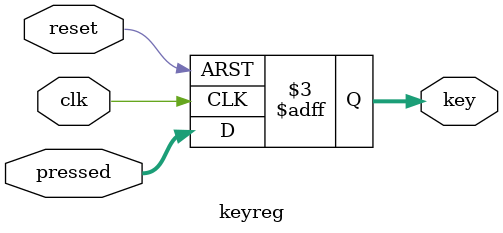
<source format=v>

`timescale 1ns / 1ns // `timescale time_unit/time_precision

module keyreg(
	input [3:0] pressed,
	input clk,
	input reset,
	output reg [3:0] key
	);

	always @(posedge clk or negedge reset) begin
		if (~reset)
			key <= 4'b0;
		else
			key <= pressed;
	end
endmodule

</source>
